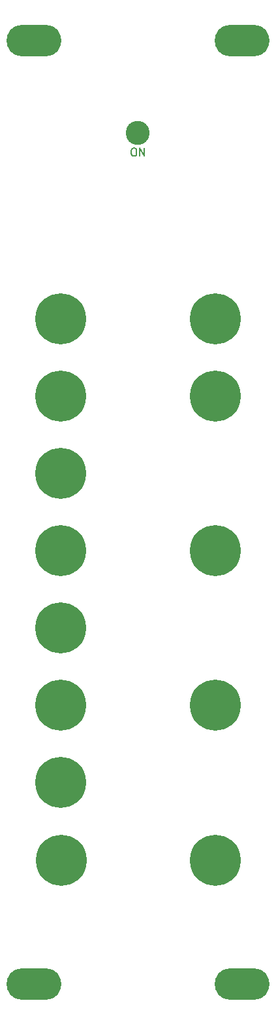
<source format=gts>
G04 #@! TF.GenerationSoftware,KiCad,Pcbnew,(5.1.9)-1*
G04 #@! TF.CreationDate,2021-04-28T19:28:25+02:00*
G04 #@! TF.ProjectId,KicadJE_Drum_PE78 - Face,4b696361-644a-4455-9f44-72756d5f5045,rev?*
G04 #@! TF.SameCoordinates,Original*
G04 #@! TF.FileFunction,Soldermask,Top*
G04 #@! TF.FilePolarity,Negative*
%FSLAX46Y46*%
G04 Gerber Fmt 4.6, Leading zero omitted, Abs format (unit mm)*
G04 Created by KiCad (PCBNEW (5.1.9)-1) date 2021-04-28 19:28:25*
%MOMM*%
%LPD*%
G01*
G04 APERTURE LIST*
%ADD10C,0.150000*%
%ADD11C,6.602000*%
%ADD12O,7.102000X4.102000*%
%ADD13C,3.102000*%
G04 APERTURE END LIST*
D10*
X212380952Y-52952380D02*
X212571428Y-52952380D01*
X212666666Y-53000000D01*
X212761904Y-53095238D01*
X212809523Y-53285714D01*
X212809523Y-53619047D01*
X212761904Y-53809523D01*
X212666666Y-53904761D01*
X212571428Y-53952380D01*
X212380952Y-53952380D01*
X212285714Y-53904761D01*
X212190476Y-53809523D01*
X212142857Y-53619047D01*
X212142857Y-53285714D01*
X212190476Y-53095238D01*
X212285714Y-53000000D01*
X212380952Y-52952380D01*
X213238095Y-53952380D02*
X213238095Y-52952380D01*
X213809523Y-53952380D01*
X213809523Y-52952380D01*
X212380952Y-52952380D02*
X212571428Y-52952380D01*
X212666666Y-53000000D01*
X212761904Y-53095238D01*
X212809523Y-53285714D01*
X212809523Y-53619047D01*
X212761904Y-53809523D01*
X212666666Y-53904761D01*
X212571428Y-53952380D01*
X212380952Y-53952380D01*
X212285714Y-53904761D01*
X212190476Y-53809523D01*
X212142857Y-53619047D01*
X212142857Y-53285714D01*
X212190476Y-53095238D01*
X212285714Y-53000000D01*
X212380952Y-52952380D01*
X213238095Y-53952380D02*
X213238095Y-52952380D01*
X213809523Y-53952380D01*
X213809523Y-52952380D01*
X212380952Y-52952380D02*
X212571428Y-52952380D01*
X212666666Y-53000000D01*
X212761904Y-53095238D01*
X212809523Y-53285714D01*
X212809523Y-53619047D01*
X212761904Y-53809523D01*
X212666666Y-53904761D01*
X212571428Y-53952380D01*
X212380952Y-53952380D01*
X212285714Y-53904761D01*
X212190476Y-53809523D01*
X212142857Y-53619047D01*
X212142857Y-53285714D01*
X212190476Y-53095238D01*
X212285714Y-53000000D01*
X212380952Y-52952380D01*
X213238095Y-53952380D02*
X213238095Y-52952380D01*
X213809523Y-53952380D01*
X213809523Y-52952380D01*
X212380952Y-52952380D02*
X212571428Y-52952380D01*
X212666666Y-53000000D01*
X212761904Y-53095238D01*
X212809523Y-53285714D01*
X212809523Y-53619047D01*
X212761904Y-53809523D01*
X212666666Y-53904761D01*
X212571428Y-53952380D01*
X212380952Y-53952380D01*
X212285714Y-53904761D01*
X212190476Y-53809523D01*
X212142857Y-53619047D01*
X212142857Y-53285714D01*
X212190476Y-53095238D01*
X212285714Y-53000000D01*
X212380952Y-52952380D01*
X213238095Y-53952380D02*
X213238095Y-52952380D01*
X213809523Y-53952380D01*
X213809523Y-52952380D01*
D11*
X223000000Y-75000000D03*
X223000000Y-85000000D03*
X203000000Y-75000000D03*
X203000000Y-85000000D03*
X203000000Y-95000000D03*
D12*
X226500000Y-39000000D03*
D11*
X223000000Y-125000000D03*
D12*
X199500000Y-39000000D03*
X199500000Y-161000000D03*
D11*
X203000000Y-105000000D03*
D13*
X213000000Y-51000000D03*
D12*
X226500000Y-161000000D03*
D11*
X203000000Y-115000000D03*
X203075001Y-145000000D03*
X203000000Y-125000000D03*
X223000000Y-105000000D03*
X223000000Y-145000000D03*
X203000000Y-135000000D03*
M02*

</source>
